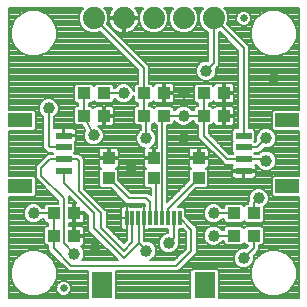
<source format=gtl>
G75*
%MOIN*%
%OFA0B0*%
%FSLAX25Y25*%
%IPPOS*%
%LPD*%
%AMOC8*
5,1,8,0,0,1.08239X$1,22.5*
%
%ADD10R,0.04331X0.03937*%
%ADD11R,0.03937X0.04331*%
%ADD12R,0.07874X0.04724*%
%ADD13R,0.05315X0.02362*%
%ADD14C,0.07400*%
%ADD15R,0.01181X0.05118*%
%ADD16R,0.07087X0.08661*%
%ADD17C,0.02500*%
%ADD18C,0.03969*%
%ADD19C,0.00800*%
D10*
X0169987Y0067500D03*
X0176680Y0067500D03*
X0176680Y0075000D03*
X0169987Y0075000D03*
X0229987Y0075000D03*
X0236680Y0075000D03*
X0236680Y0067500D03*
X0229987Y0067500D03*
X0226680Y0107500D03*
X0219987Y0107500D03*
X0206680Y0107500D03*
X0199987Y0107500D03*
X0186680Y0107500D03*
X0179987Y0107500D03*
X0179987Y0115000D03*
X0186680Y0115000D03*
X0199987Y0115000D03*
X0206680Y0115000D03*
X0219987Y0115000D03*
X0226680Y0115000D03*
D11*
X0218333Y0093346D03*
X0203333Y0093346D03*
X0188333Y0093346D03*
X0188333Y0086654D03*
X0203333Y0086654D03*
X0218333Y0086654D03*
D12*
X0247802Y0083976D03*
X0247802Y0106024D03*
X0158865Y0106024D03*
X0158865Y0083976D03*
D13*
X0173333Y0089094D03*
X0173333Y0093031D03*
X0173333Y0096969D03*
X0173333Y0100906D03*
X0233333Y0100906D03*
X0233333Y0096969D03*
X0233333Y0093031D03*
X0233333Y0089094D03*
D14*
X0223333Y0140000D03*
X0213333Y0140000D03*
X0203333Y0140000D03*
X0193333Y0140000D03*
X0183333Y0140000D03*
D15*
X0194278Y0073386D03*
X0196247Y0073386D03*
X0198215Y0073386D03*
X0200184Y0073386D03*
X0202152Y0073386D03*
X0204121Y0073386D03*
X0206089Y0073386D03*
X0208058Y0073386D03*
X0210026Y0073386D03*
X0211995Y0073386D03*
D16*
X0220262Y0050945D03*
X0186010Y0050945D03*
D17*
X0173333Y0050000D03*
X0233333Y0140000D03*
D18*
X0220833Y0122500D03*
X0213333Y0115000D03*
X0213333Y0107500D03*
X0213333Y0100000D03*
X0200833Y0100000D03*
X0183333Y0101000D03*
X0168333Y0110000D03*
X0193333Y0115000D03*
X0240833Y0100000D03*
X0240833Y0092500D03*
X0238333Y0080000D03*
X0223333Y0075000D03*
X0223333Y0067500D03*
X0208333Y0065000D03*
X0200833Y0062500D03*
X0183833Y0063500D03*
X0176833Y0061500D03*
X0163333Y0075000D03*
X0195833Y0090000D03*
X0233333Y0060000D03*
X0243333Y0120000D03*
D19*
X0154933Y0080414D02*
X0154933Y0046600D01*
X0181267Y0046600D01*
X0181267Y0055700D01*
X0175088Y0055700D01*
X0169241Y0061546D01*
X0168187Y0062601D01*
X0168187Y0064331D01*
X0167324Y0064331D01*
X0166622Y0065034D01*
X0166622Y0069966D01*
X0167324Y0070668D01*
X0168187Y0070668D01*
X0168187Y0071831D01*
X0167324Y0071831D01*
X0166622Y0072534D01*
X0166622Y0073200D01*
X0166251Y0073200D01*
X0166202Y0073083D01*
X0165250Y0072131D01*
X0164006Y0071616D01*
X0162660Y0071616D01*
X0161416Y0072131D01*
X0160464Y0073083D01*
X0159949Y0074327D01*
X0159949Y0075673D01*
X0160464Y0076917D01*
X0161416Y0077869D01*
X0162660Y0078384D01*
X0164006Y0078384D01*
X0165250Y0077869D01*
X0166202Y0076917D01*
X0166251Y0076800D01*
X0166622Y0076800D01*
X0166622Y0077466D01*
X0167324Y0078168D01*
X0171533Y0078168D01*
X0171533Y0079254D01*
X0164033Y0086754D01*
X0164033Y0090746D01*
X0165088Y0091800D01*
X0167065Y0093777D01*
X0167065Y0093777D01*
X0168119Y0094831D01*
X0169598Y0094831D01*
X0169766Y0095000D01*
X0169598Y0095169D01*
X0168119Y0095169D01*
X0167588Y0095700D01*
X0166533Y0096754D01*
X0166533Y0107082D01*
X0166416Y0107131D01*
X0165464Y0108083D01*
X0164949Y0109327D01*
X0164949Y0110673D01*
X0165464Y0111917D01*
X0166416Y0112869D01*
X0167660Y0113384D01*
X0169006Y0113384D01*
X0170250Y0112869D01*
X0171202Y0111917D01*
X0171718Y0110673D01*
X0171718Y0109327D01*
X0171202Y0108083D01*
X0170250Y0107131D01*
X0170133Y0107082D01*
X0170133Y0103390D01*
X0170135Y0103391D01*
X0170492Y0103487D01*
X0173143Y0103487D01*
X0173143Y0101096D01*
X0173524Y0101096D01*
X0177391Y0101096D01*
X0177391Y0102271D01*
X0177295Y0102627D01*
X0177111Y0102946D01*
X0176850Y0103207D01*
X0176531Y0103391D01*
X0176175Y0103487D01*
X0173524Y0103487D01*
X0173524Y0101096D01*
X0173524Y0100715D01*
X0177391Y0100715D01*
X0177391Y0099540D01*
X0177295Y0099184D01*
X0177111Y0098865D01*
X0177042Y0098796D01*
X0177191Y0098647D01*
X0177191Y0095290D01*
X0176900Y0095000D01*
X0177069Y0094831D01*
X0178547Y0094831D01*
X0179079Y0094300D01*
X0180133Y0093246D01*
X0180133Y0083246D01*
X0186579Y0076800D01*
X0187633Y0075746D01*
X0187633Y0070746D01*
X0193333Y0065046D01*
X0194447Y0066159D01*
X0194447Y0069427D01*
X0194278Y0069427D01*
X0194278Y0073386D01*
X0194278Y0073386D01*
X0192288Y0073386D01*
X0192288Y0076129D01*
X0192383Y0076485D01*
X0192567Y0076804D01*
X0192828Y0077065D01*
X0193147Y0077249D01*
X0193503Y0077345D01*
X0194278Y0077345D01*
X0194278Y0073386D01*
X0194278Y0073386D01*
X0192288Y0073386D01*
X0192288Y0070642D01*
X0192383Y0070286D01*
X0192567Y0069967D01*
X0192828Y0069706D01*
X0193147Y0069522D01*
X0193503Y0069427D01*
X0194278Y0069427D01*
X0194278Y0073386D01*
X0194278Y0077345D01*
X0195053Y0077345D01*
X0195409Y0077249D01*
X0195590Y0077145D01*
X0198872Y0077145D01*
X0199053Y0077249D01*
X0199409Y0077345D01*
X0200184Y0077345D01*
X0200184Y0073386D01*
X0200184Y0073386D01*
X0200184Y0077345D01*
X0200352Y0077345D01*
X0200352Y0077936D01*
X0200088Y0078200D01*
X0194241Y0078200D01*
X0193187Y0079254D01*
X0193187Y0079254D01*
X0189153Y0083288D01*
X0185868Y0083288D01*
X0185165Y0083991D01*
X0185165Y0089316D01*
X0185762Y0089913D01*
X0185505Y0090061D01*
X0185245Y0090321D01*
X0185060Y0090641D01*
X0184965Y0090997D01*
X0184965Y0092946D01*
X0187933Y0092946D01*
X0187933Y0093746D01*
X0184965Y0093746D01*
X0184965Y0095696D01*
X0185060Y0096052D01*
X0185245Y0096371D01*
X0185505Y0096632D01*
X0185824Y0096816D01*
X0186180Y0096912D01*
X0187933Y0096912D01*
X0187933Y0093746D01*
X0188733Y0093746D01*
X0191702Y0093746D01*
X0191702Y0095696D01*
X0191606Y0096052D01*
X0191422Y0096371D01*
X0191161Y0096632D01*
X0190842Y0096816D01*
X0190486Y0096912D01*
X0188733Y0096912D01*
X0188733Y0093746D01*
X0188733Y0092946D01*
X0191702Y0092946D01*
X0191702Y0090997D01*
X0191606Y0090641D01*
X0191422Y0090321D01*
X0191161Y0090061D01*
X0190905Y0089913D01*
X0191502Y0089316D01*
X0191502Y0086031D01*
X0195732Y0081800D01*
X0201579Y0081800D01*
X0202321Y0081058D01*
X0202321Y0083288D01*
X0200868Y0083288D01*
X0200165Y0083991D01*
X0200165Y0089316D01*
X0200762Y0089913D01*
X0200505Y0090061D01*
X0200245Y0090321D01*
X0200060Y0090641D01*
X0199965Y0090997D01*
X0199965Y0092946D01*
X0202933Y0092946D01*
X0202933Y0093746D01*
X0199965Y0093746D01*
X0199965Y0095696D01*
X0200060Y0096052D01*
X0200245Y0096371D01*
X0200489Y0096616D01*
X0200160Y0096616D01*
X0198916Y0097131D01*
X0197964Y0098083D01*
X0197449Y0099327D01*
X0197449Y0100673D01*
X0197964Y0101917D01*
X0198916Y0102869D01*
X0199033Y0102917D01*
X0199033Y0104331D01*
X0197324Y0104331D01*
X0196622Y0105034D01*
X0196622Y0109966D01*
X0197324Y0110668D01*
X0198187Y0110668D01*
X0198187Y0111831D01*
X0197324Y0111831D01*
X0196622Y0112534D01*
X0196622Y0114095D01*
X0196202Y0113083D01*
X0195250Y0112131D01*
X0194006Y0111616D01*
X0192660Y0111616D01*
X0191416Y0112131D01*
X0190464Y0113083D01*
X0190416Y0113200D01*
X0190045Y0113200D01*
X0190045Y0112534D01*
X0189342Y0111831D01*
X0184017Y0111831D01*
X0183333Y0112516D01*
X0182649Y0111831D01*
X0181787Y0111831D01*
X0181787Y0110668D01*
X0182649Y0110668D01*
X0183246Y0110072D01*
X0183394Y0110328D01*
X0183655Y0110589D01*
X0183974Y0110773D01*
X0184330Y0110868D01*
X0186280Y0110868D01*
X0186280Y0107900D01*
X0187080Y0107900D01*
X0190245Y0107900D01*
X0190245Y0109653D01*
X0190150Y0110009D01*
X0189965Y0110328D01*
X0189705Y0110589D01*
X0189386Y0110773D01*
X0189029Y0110868D01*
X0187080Y0110868D01*
X0187080Y0107900D01*
X0187080Y0107100D01*
X0190245Y0107100D01*
X0190245Y0105347D01*
X0190150Y0104991D01*
X0189965Y0104672D01*
X0189705Y0104411D01*
X0189386Y0104227D01*
X0189029Y0104131D01*
X0187080Y0104131D01*
X0187080Y0107100D01*
X0186280Y0107100D01*
X0186280Y0104131D01*
X0184617Y0104131D01*
X0185250Y0103869D01*
X0186202Y0102917D01*
X0186718Y0101673D01*
X0186718Y0100327D01*
X0186202Y0099083D01*
X0185250Y0098131D01*
X0184006Y0097616D01*
X0182660Y0097616D01*
X0181416Y0098131D01*
X0180464Y0099083D01*
X0179949Y0100327D01*
X0179949Y0101673D01*
X0180374Y0102700D01*
X0179559Y0104331D01*
X0177324Y0104331D01*
X0176622Y0105034D01*
X0176622Y0109966D01*
X0177324Y0110668D01*
X0178187Y0110668D01*
X0178187Y0111831D01*
X0177324Y0111831D01*
X0176622Y0112534D01*
X0176622Y0117466D01*
X0177324Y0118168D01*
X0182649Y0118168D01*
X0183333Y0117484D01*
X0184017Y0118168D01*
X0189342Y0118168D01*
X0190045Y0117466D01*
X0190045Y0116800D01*
X0190416Y0116800D01*
X0190464Y0116917D01*
X0191416Y0117869D01*
X0192660Y0118384D01*
X0194006Y0118384D01*
X0195250Y0117869D01*
X0196202Y0116917D01*
X0196622Y0115905D01*
X0196622Y0117466D01*
X0197324Y0118168D01*
X0198187Y0118168D01*
X0198187Y0122601D01*
X0185284Y0135504D01*
X0184308Y0135100D01*
X0182359Y0135100D01*
X0180558Y0135846D01*
X0179179Y0137224D01*
X0178433Y0139025D01*
X0178433Y0140975D01*
X0179179Y0142776D01*
X0179804Y0143400D01*
X0154933Y0143400D01*
X0154933Y0109586D01*
X0163299Y0109586D01*
X0164002Y0108883D01*
X0164002Y0103164D01*
X0163299Y0102461D01*
X0154933Y0102461D01*
X0154933Y0087539D01*
X0163299Y0087539D01*
X0164002Y0086836D01*
X0164002Y0081117D01*
X0163299Y0080414D01*
X0154933Y0080414D01*
X0154933Y0080134D02*
X0170653Y0080134D01*
X0171452Y0079336D02*
X0154933Y0079336D01*
X0154933Y0078537D02*
X0171533Y0078537D01*
X0173333Y0080000D02*
X0173333Y0065000D01*
X0176833Y0061500D01*
X0179946Y0060172D02*
X0190616Y0060172D01*
X0189818Y0060970D02*
X0180218Y0060970D01*
X0180218Y0060827D02*
X0180218Y0062173D01*
X0179702Y0063417D01*
X0178988Y0064131D01*
X0179029Y0064131D01*
X0179386Y0064227D01*
X0179705Y0064411D01*
X0179965Y0064672D01*
X0180150Y0064991D01*
X0180245Y0065347D01*
X0180245Y0067100D01*
X0177080Y0067100D01*
X0177080Y0067900D01*
X0180245Y0067900D01*
X0180245Y0069653D01*
X0180150Y0070009D01*
X0179965Y0070328D01*
X0179705Y0070589D01*
X0179386Y0070773D01*
X0179029Y0070868D01*
X0177080Y0070868D01*
X0177080Y0067900D01*
X0176280Y0067900D01*
X0176280Y0070868D01*
X0175133Y0070868D01*
X0175133Y0071631D01*
X0176280Y0071631D01*
X0176280Y0074600D01*
X0177080Y0074600D01*
X0177080Y0075400D01*
X0180245Y0075400D01*
X0180245Y0075543D01*
X0181533Y0074254D01*
X0181533Y0069254D01*
X0191488Y0059300D01*
X0179419Y0059300D01*
X0179702Y0059583D01*
X0180218Y0060827D01*
X0180218Y0061769D02*
X0189019Y0061769D01*
X0188220Y0062567D02*
X0180054Y0062567D01*
X0179724Y0063366D02*
X0187422Y0063366D01*
X0186623Y0064164D02*
X0179152Y0064164D01*
X0180133Y0064963D02*
X0185825Y0064963D01*
X0185026Y0065761D02*
X0180245Y0065761D01*
X0180245Y0066560D02*
X0184228Y0066560D01*
X0183429Y0067358D02*
X0177080Y0067358D01*
X0176680Y0067500D02*
X0176680Y0075000D01*
X0177080Y0075343D02*
X0180444Y0075343D01*
X0180245Y0074600D02*
X0177080Y0074600D01*
X0177080Y0071631D01*
X0179029Y0071631D01*
X0179386Y0071727D01*
X0179705Y0071911D01*
X0179965Y0072172D01*
X0180150Y0072491D01*
X0180245Y0072847D01*
X0180245Y0074600D01*
X0180245Y0074545D02*
X0181243Y0074545D01*
X0181533Y0073746D02*
X0180245Y0073746D01*
X0180245Y0072948D02*
X0181533Y0072948D01*
X0181533Y0072149D02*
X0179943Y0072149D01*
X0179741Y0070552D02*
X0181533Y0070552D01*
X0181533Y0069754D02*
X0180218Y0069754D01*
X0180245Y0068955D02*
X0181832Y0068955D01*
X0182631Y0068157D02*
X0180245Y0068157D01*
X0177080Y0068157D02*
X0176280Y0068157D01*
X0176280Y0068955D02*
X0177080Y0068955D01*
X0177080Y0069754D02*
X0176280Y0069754D01*
X0176280Y0070552D02*
X0177080Y0070552D01*
X0177080Y0072149D02*
X0176280Y0072149D01*
X0176280Y0072948D02*
X0177080Y0072948D01*
X0177080Y0073746D02*
X0176280Y0073746D01*
X0176280Y0074545D02*
X0177080Y0074545D01*
X0177080Y0075400D02*
X0176280Y0075400D01*
X0176280Y0078368D01*
X0175133Y0078368D01*
X0175133Y0080654D01*
X0177419Y0078368D01*
X0177080Y0078368D01*
X0177080Y0075400D01*
X0177080Y0076142D02*
X0176280Y0076142D01*
X0176280Y0076940D02*
X0177080Y0076940D01*
X0177080Y0077739D02*
X0176280Y0077739D01*
X0177250Y0078537D02*
X0175133Y0078537D01*
X0175133Y0079336D02*
X0176452Y0079336D01*
X0175653Y0080134D02*
X0175133Y0080134D01*
X0173333Y0080000D02*
X0165833Y0087500D01*
X0165833Y0090000D01*
X0168865Y0093031D01*
X0173333Y0093031D01*
X0177802Y0093031D01*
X0178333Y0092500D01*
X0178333Y0082500D01*
X0185833Y0075000D01*
X0185833Y0070000D01*
X0193333Y0062500D01*
X0196247Y0065413D01*
X0196247Y0073386D01*
X0198215Y0073386D02*
X0198333Y0073268D01*
X0198333Y0065000D01*
X0200833Y0062500D01*
X0204218Y0062567D02*
X0205980Y0062567D01*
X0206416Y0062131D02*
X0205464Y0063083D01*
X0204949Y0064327D01*
X0204949Y0065673D01*
X0205464Y0066917D01*
X0206416Y0067869D01*
X0207660Y0068384D01*
X0208226Y0068384D01*
X0208226Y0069627D01*
X0201496Y0069627D01*
X0201315Y0069522D01*
X0200959Y0069427D01*
X0200184Y0069427D01*
X0200184Y0073386D01*
X0200184Y0073386D01*
X0200184Y0069427D01*
X0200133Y0069427D01*
X0200133Y0065873D01*
X0200160Y0065884D01*
X0201506Y0065884D01*
X0202750Y0065369D01*
X0203702Y0064417D01*
X0204218Y0063173D01*
X0204218Y0061827D01*
X0203702Y0060583D01*
X0202750Y0059631D01*
X0201951Y0059300D01*
X0210088Y0059300D01*
X0214033Y0063246D01*
X0214033Y0068802D01*
X0213145Y0069690D01*
X0213082Y0069627D01*
X0211826Y0069627D01*
X0211826Y0065947D01*
X0211669Y0065790D01*
X0211718Y0065673D01*
X0211718Y0064327D01*
X0211202Y0063083D01*
X0210250Y0062131D01*
X0209006Y0061616D01*
X0207660Y0061616D01*
X0206416Y0062131D01*
X0207291Y0061769D02*
X0204194Y0061769D01*
X0203863Y0060970D02*
X0211758Y0060970D01*
X0210959Y0060172D02*
X0203291Y0060172D01*
X0202128Y0059373D02*
X0210161Y0059373D01*
X0210833Y0057500D02*
X0175833Y0057500D01*
X0169987Y0063346D01*
X0169987Y0067500D01*
X0169987Y0075000D01*
X0163333Y0075000D01*
X0160189Y0073746D02*
X0154933Y0073746D01*
X0154933Y0072948D02*
X0160599Y0072948D01*
X0161398Y0072149D02*
X0154933Y0072149D01*
X0154933Y0071351D02*
X0168187Y0071351D01*
X0167208Y0070552D02*
X0154933Y0070552D01*
X0154933Y0069754D02*
X0166622Y0069754D01*
X0166622Y0068955D02*
X0154933Y0068955D01*
X0154933Y0068157D02*
X0166622Y0068157D01*
X0166622Y0067358D02*
X0154933Y0067358D01*
X0154933Y0066560D02*
X0166622Y0066560D01*
X0166622Y0065761D02*
X0154933Y0065761D01*
X0154933Y0064963D02*
X0166693Y0064963D01*
X0168187Y0064164D02*
X0154933Y0064164D01*
X0154933Y0063366D02*
X0168187Y0063366D01*
X0168220Y0062567D02*
X0165185Y0062567D01*
X0164865Y0062700D02*
X0161802Y0062700D01*
X0158972Y0061528D01*
X0156806Y0059362D01*
X0155633Y0056532D01*
X0155633Y0053468D01*
X0156806Y0050638D01*
X0158972Y0048472D01*
X0161802Y0047300D01*
X0164865Y0047300D01*
X0167695Y0048472D01*
X0169861Y0050638D01*
X0171033Y0053468D01*
X0171033Y0056532D01*
X0169861Y0059362D01*
X0167695Y0061528D01*
X0164865Y0062700D01*
X0167113Y0061769D02*
X0169019Y0061769D01*
X0168253Y0060970D02*
X0169818Y0060970D01*
X0169051Y0060172D02*
X0170616Y0060172D01*
X0169850Y0059373D02*
X0171415Y0059373D01*
X0172213Y0058575D02*
X0170187Y0058575D01*
X0170518Y0057776D02*
X0173012Y0057776D01*
X0173810Y0056978D02*
X0170849Y0056978D01*
X0171033Y0056179D02*
X0174609Y0056179D01*
X0171033Y0055381D02*
X0181267Y0055381D01*
X0181267Y0054582D02*
X0171033Y0054582D01*
X0171033Y0053784D02*
X0181267Y0053784D01*
X0181267Y0052985D02*
X0170833Y0052985D01*
X0170502Y0052187D02*
X0172210Y0052187D01*
X0171946Y0052077D02*
X0172846Y0052450D01*
X0173821Y0052450D01*
X0174721Y0052077D01*
X0175410Y0051388D01*
X0181267Y0051388D01*
X0181267Y0050590D02*
X0175741Y0050590D01*
X0175783Y0050487D02*
X0175410Y0051388D01*
X0175783Y0050487D02*
X0175783Y0049513D01*
X0175410Y0048612D01*
X0174721Y0047923D01*
X0173821Y0047550D01*
X0172846Y0047550D01*
X0171946Y0047923D01*
X0171256Y0048612D01*
X0170883Y0049513D01*
X0170883Y0050487D01*
X0171256Y0051388D01*
X0171946Y0052077D01*
X0171257Y0051388D02*
X0170172Y0051388D01*
X0169812Y0050590D02*
X0170926Y0050590D01*
X0170883Y0049791D02*
X0169014Y0049791D01*
X0168215Y0048993D02*
X0171099Y0048993D01*
X0171674Y0048194D02*
X0167023Y0048194D01*
X0165096Y0047396D02*
X0181267Y0047396D01*
X0181267Y0048194D02*
X0174992Y0048194D01*
X0175568Y0048993D02*
X0181267Y0048993D01*
X0181267Y0049791D02*
X0175783Y0049791D01*
X0174457Y0052187D02*
X0181267Y0052187D01*
X0190754Y0052187D02*
X0215519Y0052187D01*
X0215519Y0052985D02*
X0190754Y0052985D01*
X0190754Y0053784D02*
X0215519Y0053784D01*
X0215519Y0054582D02*
X0190754Y0054582D01*
X0190754Y0055381D02*
X0215519Y0055381D01*
X0215519Y0055773D02*
X0215519Y0046600D01*
X0190754Y0046600D01*
X0190754Y0055700D01*
X0211579Y0055700D01*
X0212633Y0056754D01*
X0217633Y0061754D01*
X0217633Y0070293D01*
X0216579Y0071347D01*
X0213785Y0074141D01*
X0213785Y0076442D01*
X0213082Y0077145D01*
X0211370Y0077145D01*
X0217514Y0083288D01*
X0220799Y0083288D01*
X0221502Y0083991D01*
X0221502Y0089316D01*
X0220905Y0089913D01*
X0221161Y0090061D01*
X0221422Y0090321D01*
X0221606Y0090641D01*
X0221702Y0090997D01*
X0221702Y0092946D01*
X0218733Y0092946D01*
X0218733Y0093746D01*
X0221702Y0093746D01*
X0221702Y0095696D01*
X0221606Y0096052D01*
X0221422Y0096371D01*
X0221161Y0096632D01*
X0220842Y0096816D01*
X0220486Y0096912D01*
X0218733Y0096912D01*
X0218733Y0093746D01*
X0217933Y0093746D01*
X0217933Y0092946D01*
X0214965Y0092946D01*
X0214965Y0090997D01*
X0215060Y0090641D01*
X0215245Y0090321D01*
X0215505Y0090061D01*
X0215762Y0089913D01*
X0215165Y0089316D01*
X0215165Y0086031D01*
X0207889Y0078755D01*
X0207889Y0104331D01*
X0209342Y0104331D01*
X0210045Y0105034D01*
X0210045Y0105700D01*
X0210416Y0105700D01*
X0210464Y0105583D01*
X0211416Y0104631D01*
X0212660Y0104116D01*
X0214006Y0104116D01*
X0215250Y0104631D01*
X0216202Y0105583D01*
X0216251Y0105700D01*
X0216622Y0105700D01*
X0216622Y0105034D01*
X0217324Y0104331D01*
X0218187Y0104331D01*
X0218187Y0100101D01*
X0226002Y0092286D01*
X0227056Y0091231D01*
X0229598Y0091231D01*
X0229625Y0091204D01*
X0229556Y0091135D01*
X0229371Y0090816D01*
X0229276Y0090460D01*
X0229276Y0089285D01*
X0233143Y0089285D01*
X0233143Y0088904D01*
X0233524Y0088904D01*
X0233524Y0089285D01*
X0237391Y0089285D01*
X0237391Y0090460D01*
X0237295Y0090816D01*
X0237111Y0091135D01*
X0237042Y0091204D01*
X0237069Y0091231D01*
X0237696Y0091231D01*
X0237964Y0090583D01*
X0238916Y0089631D01*
X0240160Y0089116D01*
X0241506Y0089116D01*
X0242750Y0089631D01*
X0243702Y0090583D01*
X0244218Y0091827D01*
X0244218Y0093173D01*
X0243702Y0094417D01*
X0242750Y0095369D01*
X0241506Y0095884D01*
X0240160Y0095884D01*
X0238916Y0095369D01*
X0238379Y0094831D01*
X0237069Y0094831D01*
X0236900Y0095000D01*
X0237069Y0095169D01*
X0238547Y0095169D01*
X0239602Y0096223D01*
X0240043Y0096664D01*
X0240160Y0096616D01*
X0241506Y0096616D01*
X0242750Y0097131D01*
X0243702Y0098083D01*
X0244218Y0099327D01*
X0244218Y0100673D01*
X0243702Y0101917D01*
X0242750Y0102869D01*
X0241506Y0103384D01*
X0240160Y0103384D01*
X0238916Y0102869D01*
X0237964Y0101917D01*
X0237449Y0100673D01*
X0237449Y0099327D01*
X0237498Y0099210D01*
X0237063Y0098775D01*
X0236900Y0098937D01*
X0237191Y0099227D01*
X0237191Y0102584D01*
X0236488Y0103287D01*
X0235133Y0103287D01*
X0235133Y0130746D01*
X0234079Y0131800D01*
X0227829Y0138050D01*
X0228233Y0139025D01*
X0228233Y0140975D01*
X0227487Y0142776D01*
X0226863Y0143400D01*
X0251733Y0143400D01*
X0251733Y0109586D01*
X0243368Y0109586D01*
X0242665Y0108883D01*
X0242665Y0103164D01*
X0243368Y0102461D01*
X0251733Y0102461D01*
X0251733Y0087539D01*
X0243368Y0087539D01*
X0242665Y0086836D01*
X0242665Y0081117D01*
X0243368Y0080414D01*
X0251733Y0080414D01*
X0251733Y0046600D01*
X0225006Y0046600D01*
X0225006Y0055773D01*
X0224303Y0056476D01*
X0216222Y0056476D01*
X0215519Y0055773D01*
X0215926Y0056179D02*
X0212058Y0056179D01*
X0212857Y0056978D02*
X0231786Y0056978D01*
X0231416Y0057131D02*
X0232660Y0056616D01*
X0234006Y0056616D01*
X0235250Y0057131D01*
X0236202Y0058083D01*
X0236718Y0059327D01*
X0236718Y0060673D01*
X0236669Y0060790D01*
X0238480Y0062601D01*
X0238480Y0064331D01*
X0239342Y0064331D01*
X0240045Y0065034D01*
X0240045Y0069966D01*
X0239342Y0070668D01*
X0234017Y0070668D01*
X0233333Y0069984D01*
X0232649Y0070668D01*
X0227324Y0070668D01*
X0226622Y0069966D01*
X0226622Y0069300D01*
X0226251Y0069300D01*
X0226202Y0069417D01*
X0225250Y0070369D01*
X0224006Y0070884D01*
X0222660Y0070884D01*
X0221416Y0070369D01*
X0220464Y0069417D01*
X0219949Y0068173D01*
X0219949Y0066827D01*
X0220464Y0065583D01*
X0221416Y0064631D01*
X0222660Y0064116D01*
X0224006Y0064116D01*
X0225250Y0064631D01*
X0226202Y0065583D01*
X0226251Y0065700D01*
X0226622Y0065700D01*
X0226622Y0065034D01*
X0227324Y0064331D01*
X0232649Y0064331D01*
X0233333Y0065016D01*
X0234017Y0064331D01*
X0234880Y0064331D01*
X0234880Y0064092D01*
X0234124Y0063336D01*
X0234006Y0063384D01*
X0232660Y0063384D01*
X0231416Y0062869D01*
X0230464Y0061917D01*
X0229949Y0060673D01*
X0229949Y0059327D01*
X0230464Y0058083D01*
X0231416Y0057131D01*
X0230771Y0057776D02*
X0213655Y0057776D01*
X0214454Y0058575D02*
X0230261Y0058575D01*
X0229949Y0059373D02*
X0215252Y0059373D01*
X0216051Y0060172D02*
X0229949Y0060172D01*
X0230072Y0060970D02*
X0216849Y0060970D01*
X0217633Y0061769D02*
X0230403Y0061769D01*
X0231115Y0062567D02*
X0217633Y0062567D01*
X0217633Y0063366D02*
X0232616Y0063366D01*
X0234051Y0063366D02*
X0234154Y0063366D01*
X0234880Y0064164D02*
X0224124Y0064164D01*
X0222543Y0064164D02*
X0217633Y0064164D01*
X0217633Y0064963D02*
X0221084Y0064963D01*
X0220390Y0065761D02*
X0217633Y0065761D01*
X0217633Y0066560D02*
X0220060Y0066560D01*
X0219949Y0067358D02*
X0217633Y0067358D01*
X0217633Y0068157D02*
X0219949Y0068157D01*
X0220273Y0068955D02*
X0217633Y0068955D01*
X0217633Y0069754D02*
X0220801Y0069754D01*
X0221859Y0070552D02*
X0217374Y0070552D01*
X0216575Y0071351D02*
X0251733Y0071351D01*
X0251733Y0072149D02*
X0239660Y0072149D01*
X0239342Y0071831D02*
X0240045Y0072534D01*
X0240045Y0077046D01*
X0240250Y0077131D01*
X0241202Y0078083D01*
X0241718Y0079327D01*
X0241718Y0080673D01*
X0241202Y0081917D01*
X0240250Y0082869D01*
X0239006Y0083384D01*
X0237660Y0083384D01*
X0236416Y0082869D01*
X0235464Y0081917D01*
X0234949Y0080673D01*
X0234949Y0079327D01*
X0234998Y0079210D01*
X0234880Y0079092D01*
X0234880Y0078168D01*
X0234017Y0078168D01*
X0233333Y0077484D01*
X0232649Y0078168D01*
X0227324Y0078168D01*
X0226622Y0077466D01*
X0226622Y0076800D01*
X0226251Y0076800D01*
X0226202Y0076917D01*
X0225250Y0077869D01*
X0224006Y0078384D01*
X0222660Y0078384D01*
X0221416Y0077869D01*
X0220464Y0076917D01*
X0219949Y0075673D01*
X0219949Y0074327D01*
X0220464Y0073083D01*
X0221416Y0072131D01*
X0222660Y0071616D01*
X0224006Y0071616D01*
X0225250Y0072131D01*
X0226202Y0073083D01*
X0226251Y0073200D01*
X0226622Y0073200D01*
X0226622Y0072534D01*
X0227324Y0071831D01*
X0232649Y0071831D01*
X0233333Y0072516D01*
X0234017Y0071831D01*
X0239342Y0071831D01*
X0239458Y0070552D02*
X0251733Y0070552D01*
X0251733Y0069754D02*
X0240045Y0069754D01*
X0240045Y0068955D02*
X0251733Y0068955D01*
X0251733Y0068157D02*
X0240045Y0068157D01*
X0240045Y0067358D02*
X0251733Y0067358D01*
X0251733Y0066560D02*
X0240045Y0066560D01*
X0240045Y0065761D02*
X0251733Y0065761D01*
X0251733Y0064963D02*
X0239973Y0064963D01*
X0238480Y0064164D02*
X0251733Y0064164D01*
X0251733Y0063366D02*
X0238480Y0063366D01*
X0238446Y0062567D02*
X0241481Y0062567D01*
X0241802Y0062700D02*
X0238972Y0061528D01*
X0236806Y0059362D01*
X0235633Y0056532D01*
X0235633Y0053468D01*
X0236806Y0050638D01*
X0238972Y0048472D01*
X0241802Y0047300D01*
X0244865Y0047300D01*
X0247695Y0048472D01*
X0249861Y0050638D01*
X0251033Y0053468D01*
X0251033Y0056532D01*
X0249861Y0059362D01*
X0247695Y0061528D01*
X0244865Y0062700D01*
X0241802Y0062700D01*
X0239553Y0061769D02*
X0237648Y0061769D01*
X0238414Y0060970D02*
X0236849Y0060970D01*
X0236718Y0060172D02*
X0237616Y0060172D01*
X0236817Y0059373D02*
X0236718Y0059373D01*
X0236480Y0058575D02*
X0236406Y0058575D01*
X0236149Y0057776D02*
X0235896Y0057776D01*
X0235818Y0056978D02*
X0234880Y0056978D01*
X0235633Y0056179D02*
X0224599Y0056179D01*
X0225006Y0055381D02*
X0235633Y0055381D01*
X0235633Y0054582D02*
X0225006Y0054582D01*
X0225006Y0053784D02*
X0235633Y0053784D01*
X0235833Y0052985D02*
X0225006Y0052985D01*
X0225006Y0052187D02*
X0236164Y0052187D01*
X0236495Y0051388D02*
X0225006Y0051388D01*
X0225006Y0050590D02*
X0236854Y0050590D01*
X0237653Y0049791D02*
X0225006Y0049791D01*
X0225006Y0048993D02*
X0238451Y0048993D01*
X0239643Y0048194D02*
X0225006Y0048194D01*
X0225006Y0047396D02*
X0241571Y0047396D01*
X0245096Y0047396D02*
X0251733Y0047396D01*
X0251733Y0048194D02*
X0247023Y0048194D01*
X0248215Y0048993D02*
X0251733Y0048993D01*
X0251733Y0049791D02*
X0249014Y0049791D01*
X0249812Y0050590D02*
X0251733Y0050590D01*
X0251733Y0051388D02*
X0250172Y0051388D01*
X0250502Y0052187D02*
X0251733Y0052187D01*
X0251733Y0052985D02*
X0250833Y0052985D01*
X0251033Y0053784D02*
X0251733Y0053784D01*
X0251733Y0054582D02*
X0251033Y0054582D01*
X0251033Y0055381D02*
X0251733Y0055381D01*
X0251733Y0056179D02*
X0251033Y0056179D01*
X0250849Y0056978D02*
X0251733Y0056978D01*
X0251733Y0057776D02*
X0250518Y0057776D01*
X0250187Y0058575D02*
X0251733Y0058575D01*
X0251733Y0059373D02*
X0249850Y0059373D01*
X0249051Y0060172D02*
X0251733Y0060172D01*
X0251733Y0060970D02*
X0248253Y0060970D01*
X0247113Y0061769D02*
X0251733Y0061769D01*
X0251733Y0062567D02*
X0245185Y0062567D01*
X0236680Y0063346D02*
X0233333Y0060000D01*
X0236680Y0063346D02*
X0236680Y0067500D01*
X0233386Y0064963D02*
X0233281Y0064963D01*
X0229987Y0067500D02*
X0223333Y0067500D01*
X0225582Y0064963D02*
X0226693Y0064963D01*
X0215833Y0062500D02*
X0210833Y0057500D01*
X0209376Y0061769D02*
X0212556Y0061769D01*
X0213355Y0062567D02*
X0210687Y0062567D01*
X0211319Y0063366D02*
X0214033Y0063366D01*
X0214033Y0064164D02*
X0211650Y0064164D01*
X0211718Y0064963D02*
X0214033Y0064963D01*
X0214033Y0065761D02*
X0211681Y0065761D01*
X0211826Y0066560D02*
X0214033Y0066560D01*
X0214033Y0067358D02*
X0211826Y0067358D01*
X0211826Y0068157D02*
X0214033Y0068157D01*
X0213880Y0068955D02*
X0211826Y0068955D01*
X0210026Y0066693D02*
X0208333Y0065000D01*
X0210026Y0066693D02*
X0210026Y0073386D01*
X0208058Y0073386D02*
X0208058Y0076378D01*
X0218333Y0086654D01*
X0215165Y0086523D02*
X0207889Y0086523D01*
X0207889Y0087321D02*
X0215165Y0087321D01*
X0215165Y0088120D02*
X0207889Y0088120D01*
X0207889Y0088918D02*
X0215165Y0088918D01*
X0215566Y0089717D02*
X0207889Y0089717D01*
X0207889Y0090515D02*
X0215133Y0090515D01*
X0214965Y0091314D02*
X0207889Y0091314D01*
X0207889Y0092112D02*
X0214965Y0092112D01*
X0214965Y0092911D02*
X0207889Y0092911D01*
X0207889Y0093709D02*
X0217933Y0093709D01*
X0217933Y0093746D02*
X0214965Y0093746D01*
X0214965Y0095696D01*
X0215060Y0096052D01*
X0215245Y0096371D01*
X0215505Y0096632D01*
X0215824Y0096816D01*
X0216180Y0096912D01*
X0217933Y0096912D01*
X0217933Y0093746D01*
X0217933Y0094508D02*
X0218733Y0094508D01*
X0218733Y0095306D02*
X0217933Y0095306D01*
X0217933Y0096105D02*
X0218733Y0096105D01*
X0218733Y0096903D02*
X0217933Y0096903D01*
X0216149Y0096903D02*
X0207889Y0096903D01*
X0207889Y0096105D02*
X0215091Y0096105D01*
X0214965Y0095306D02*
X0207889Y0095306D01*
X0207889Y0094508D02*
X0214965Y0094508D01*
X0218733Y0093709D02*
X0224579Y0093709D01*
X0225377Y0092911D02*
X0221702Y0092911D01*
X0221702Y0092112D02*
X0226176Y0092112D01*
X0226974Y0091314D02*
X0221702Y0091314D01*
X0221534Y0090515D02*
X0229291Y0090515D01*
X0229276Y0089717D02*
X0221101Y0089717D01*
X0221502Y0088918D02*
X0233143Y0088918D01*
X0233143Y0088904D02*
X0229276Y0088904D01*
X0229276Y0087729D01*
X0229371Y0087373D01*
X0229556Y0087054D01*
X0229816Y0086793D01*
X0230135Y0086609D01*
X0230492Y0086513D01*
X0233143Y0086513D01*
X0233143Y0088904D01*
X0233524Y0088904D02*
X0233524Y0086513D01*
X0236175Y0086513D01*
X0236531Y0086609D01*
X0236850Y0086793D01*
X0237111Y0087054D01*
X0237295Y0087373D01*
X0237391Y0087729D01*
X0237391Y0088904D01*
X0233524Y0088904D01*
X0233524Y0088918D02*
X0251733Y0088918D01*
X0251733Y0088120D02*
X0237391Y0088120D01*
X0237265Y0087321D02*
X0243150Y0087321D01*
X0242665Y0086523D02*
X0236209Y0086523D01*
X0233524Y0086523D02*
X0233143Y0086523D01*
X0233143Y0087321D02*
X0233524Y0087321D01*
X0233524Y0088120D02*
X0233143Y0088120D01*
X0230457Y0086523D02*
X0221502Y0086523D01*
X0221502Y0087321D02*
X0229401Y0087321D01*
X0229276Y0088120D02*
X0221502Y0088120D01*
X0221502Y0085724D02*
X0242665Y0085724D01*
X0242665Y0084926D02*
X0221502Y0084926D01*
X0221502Y0084127D02*
X0242665Y0084127D01*
X0242665Y0083329D02*
X0239141Y0083329D01*
X0237526Y0083329D02*
X0220839Y0083329D01*
X0216755Y0082530D02*
X0236077Y0082530D01*
X0235387Y0081732D02*
X0215957Y0081732D01*
X0215158Y0080933D02*
X0235057Y0080933D01*
X0234949Y0080134D02*
X0214360Y0080134D01*
X0213561Y0079336D02*
X0234949Y0079336D01*
X0234880Y0078537D02*
X0212763Y0078537D01*
X0211964Y0077739D02*
X0221286Y0077739D01*
X0220488Y0076940D02*
X0213287Y0076940D01*
X0213785Y0076142D02*
X0220143Y0076142D01*
X0219949Y0075343D02*
X0213785Y0075343D01*
X0213785Y0074545D02*
X0219949Y0074545D01*
X0220189Y0073746D02*
X0214180Y0073746D01*
X0214978Y0072948D02*
X0220599Y0072948D01*
X0221398Y0072149D02*
X0215777Y0072149D01*
X0215833Y0069547D02*
X0211995Y0073386D01*
X0215833Y0069547D02*
X0215833Y0062500D01*
X0205347Y0063366D02*
X0204138Y0063366D01*
X0203807Y0064164D02*
X0205016Y0064164D01*
X0204949Y0064963D02*
X0203157Y0064963D01*
X0201803Y0065761D02*
X0204986Y0065761D01*
X0205316Y0066560D02*
X0200133Y0066560D01*
X0200133Y0067358D02*
X0205906Y0067358D01*
X0207111Y0068157D02*
X0200133Y0068157D01*
X0200133Y0068955D02*
X0208226Y0068955D01*
X0200184Y0069754D02*
X0200184Y0069754D01*
X0200184Y0070552D02*
X0200184Y0070552D01*
X0200184Y0071351D02*
X0200184Y0071351D01*
X0200184Y0072149D02*
X0200184Y0072149D01*
X0200184Y0072948D02*
X0200184Y0072948D01*
X0200184Y0073746D02*
X0200184Y0073746D01*
X0200184Y0074545D02*
X0200184Y0074545D01*
X0200184Y0075343D02*
X0200184Y0075343D01*
X0200184Y0076142D02*
X0200184Y0076142D01*
X0200184Y0076940D02*
X0200184Y0076940D01*
X0200352Y0077739D02*
X0185640Y0077739D01*
X0186438Y0076940D02*
X0192703Y0076940D01*
X0192291Y0076142D02*
X0187237Y0076142D01*
X0187633Y0075343D02*
X0192288Y0075343D01*
X0192288Y0074545D02*
X0187633Y0074545D01*
X0187633Y0073746D02*
X0192288Y0073746D01*
X0192288Y0072948D02*
X0187633Y0072948D01*
X0187633Y0072149D02*
X0192288Y0072149D01*
X0192288Y0071351D02*
X0187633Y0071351D01*
X0187827Y0070552D02*
X0192312Y0070552D01*
X0192781Y0069754D02*
X0188625Y0069754D01*
X0189424Y0068955D02*
X0194447Y0068955D01*
X0194447Y0068157D02*
X0190222Y0068157D01*
X0191021Y0067358D02*
X0194447Y0067358D01*
X0194447Y0066560D02*
X0191819Y0066560D01*
X0192618Y0065761D02*
X0194049Y0065761D01*
X0198333Y0065000D02*
X0193333Y0060000D01*
X0183333Y0070000D01*
X0183333Y0075000D01*
X0173333Y0085000D01*
X0173333Y0089094D01*
X0180133Y0088918D02*
X0185165Y0088918D01*
X0185165Y0088120D02*
X0180133Y0088120D01*
X0180133Y0087321D02*
X0185165Y0087321D01*
X0185165Y0086523D02*
X0180133Y0086523D01*
X0180133Y0085724D02*
X0185165Y0085724D01*
X0185165Y0084926D02*
X0180133Y0084926D01*
X0180133Y0084127D02*
X0185165Y0084127D01*
X0185827Y0083329D02*
X0180133Y0083329D01*
X0180849Y0082530D02*
X0189911Y0082530D01*
X0190710Y0081732D02*
X0181647Y0081732D01*
X0182446Y0080933D02*
X0191508Y0080933D01*
X0192307Y0080134D02*
X0183244Y0080134D01*
X0184043Y0079336D02*
X0193105Y0079336D01*
X0193904Y0078537D02*
X0184841Y0078537D01*
X0188333Y0086654D02*
X0194987Y0080000D01*
X0200833Y0080000D01*
X0202152Y0078681D01*
X0202152Y0073386D01*
X0204121Y0073386D02*
X0204121Y0085866D01*
X0203333Y0086654D01*
X0200165Y0086523D02*
X0191502Y0086523D01*
X0191502Y0087321D02*
X0200165Y0087321D01*
X0200165Y0088120D02*
X0191502Y0088120D01*
X0191502Y0088918D02*
X0200165Y0088918D01*
X0200566Y0089717D02*
X0191101Y0089717D01*
X0191534Y0090515D02*
X0200133Y0090515D01*
X0199965Y0091314D02*
X0191702Y0091314D01*
X0191702Y0092112D02*
X0199965Y0092112D01*
X0199965Y0092911D02*
X0191702Y0092911D01*
X0191702Y0094508D02*
X0199965Y0094508D01*
X0199965Y0095306D02*
X0191702Y0095306D01*
X0191576Y0096105D02*
X0200091Y0096105D01*
X0199466Y0096903D02*
X0190518Y0096903D01*
X0188733Y0096903D02*
X0187933Y0096903D01*
X0187933Y0096105D02*
X0188733Y0096105D01*
X0188733Y0095306D02*
X0187933Y0095306D01*
X0187933Y0094508D02*
X0188733Y0094508D01*
X0188733Y0093709D02*
X0202933Y0093709D01*
X0202933Y0093746D02*
X0202933Y0096912D01*
X0202221Y0096912D01*
X0202750Y0097131D01*
X0203702Y0098083D01*
X0204218Y0099327D01*
X0204218Y0100673D01*
X0203702Y0101917D01*
X0202750Y0102869D01*
X0202633Y0102917D01*
X0202633Y0104331D01*
X0202649Y0104331D01*
X0203333Y0105016D01*
X0204017Y0104331D01*
X0204289Y0104331D01*
X0204289Y0096912D01*
X0203733Y0096912D01*
X0203733Y0093746D01*
X0202933Y0093746D01*
X0202933Y0094508D02*
X0203733Y0094508D01*
X0203733Y0095306D02*
X0202933Y0095306D01*
X0202933Y0096105D02*
X0203733Y0096105D01*
X0203733Y0096903D02*
X0202933Y0096903D01*
X0203321Y0097702D02*
X0204289Y0097702D01*
X0204289Y0098500D02*
X0203875Y0098500D01*
X0204206Y0099299D02*
X0204289Y0099299D01*
X0204289Y0100097D02*
X0204218Y0100097D01*
X0204289Y0100896D02*
X0204125Y0100896D01*
X0204289Y0101694D02*
X0203795Y0101694D01*
X0204289Y0102493D02*
X0203127Y0102493D01*
X0202633Y0103291D02*
X0204289Y0103291D01*
X0204289Y0104090D02*
X0202633Y0104090D01*
X0203206Y0104888D02*
X0203461Y0104888D01*
X0199033Y0104090D02*
X0184717Y0104090D01*
X0185828Y0103291D02*
X0199033Y0103291D01*
X0198540Y0102493D02*
X0186378Y0102493D01*
X0186709Y0101694D02*
X0197872Y0101694D01*
X0197541Y0100896D02*
X0186718Y0100896D01*
X0186622Y0100097D02*
X0197449Y0100097D01*
X0197461Y0099299D02*
X0186292Y0099299D01*
X0185620Y0098500D02*
X0197791Y0098500D01*
X0198346Y0097702D02*
X0184214Y0097702D01*
X0182453Y0097702D02*
X0177191Y0097702D01*
X0177191Y0098500D02*
X0181047Y0098500D01*
X0180375Y0099299D02*
X0177326Y0099299D01*
X0177391Y0100097D02*
X0180044Y0100097D01*
X0179949Y0100896D02*
X0173524Y0100896D01*
X0173524Y0101694D02*
X0173143Y0101694D01*
X0173143Y0102493D02*
X0173524Y0102493D01*
X0173524Y0103291D02*
X0173143Y0103291D01*
X0170133Y0104090D02*
X0179679Y0104090D01*
X0180079Y0103291D02*
X0176704Y0103291D01*
X0177331Y0102493D02*
X0180289Y0102493D01*
X0179958Y0101694D02*
X0177391Y0101694D01*
X0182987Y0101500D02*
X0183333Y0101000D01*
X0182987Y0101500D02*
X0179987Y0107500D01*
X0179987Y0115000D01*
X0176622Y0115269D02*
X0154933Y0115269D01*
X0154933Y0114470D02*
X0176622Y0114470D01*
X0176622Y0113672D02*
X0154933Y0113672D01*
X0154933Y0112873D02*
X0166427Y0112873D01*
X0165622Y0112075D02*
X0154933Y0112075D01*
X0154933Y0111276D02*
X0165199Y0111276D01*
X0164949Y0110478D02*
X0154933Y0110478D01*
X0154933Y0109679D02*
X0164949Y0109679D01*
X0165134Y0108881D02*
X0164002Y0108881D01*
X0164002Y0108082D02*
X0165465Y0108082D01*
X0166263Y0107284D02*
X0164002Y0107284D01*
X0164002Y0106485D02*
X0166533Y0106485D01*
X0166533Y0105687D02*
X0164002Y0105687D01*
X0164002Y0104888D02*
X0166533Y0104888D01*
X0166533Y0104090D02*
X0164002Y0104090D01*
X0164002Y0103291D02*
X0166533Y0103291D01*
X0166533Y0102493D02*
X0163330Y0102493D01*
X0166533Y0101694D02*
X0154933Y0101694D01*
X0154933Y0100896D02*
X0166533Y0100896D01*
X0166533Y0100097D02*
X0154933Y0100097D01*
X0154933Y0099299D02*
X0166533Y0099299D01*
X0166533Y0098500D02*
X0154933Y0098500D01*
X0154933Y0097702D02*
X0166533Y0097702D01*
X0166533Y0096903D02*
X0154933Y0096903D01*
X0154933Y0096105D02*
X0167183Y0096105D01*
X0167982Y0095306D02*
X0154933Y0095306D01*
X0154933Y0094508D02*
X0167795Y0094508D01*
X0166997Y0093709D02*
X0154933Y0093709D01*
X0154933Y0092911D02*
X0166198Y0092911D01*
X0165400Y0092112D02*
X0154933Y0092112D01*
X0154933Y0091314D02*
X0164601Y0091314D01*
X0164033Y0090515D02*
X0154933Y0090515D01*
X0154933Y0089717D02*
X0164033Y0089717D01*
X0164033Y0088918D02*
X0154933Y0088918D01*
X0154933Y0088120D02*
X0164033Y0088120D01*
X0164033Y0087321D02*
X0163516Y0087321D01*
X0164002Y0086523D02*
X0164265Y0086523D01*
X0164002Y0085724D02*
X0165064Y0085724D01*
X0165862Y0084926D02*
X0164002Y0084926D01*
X0164002Y0084127D02*
X0166661Y0084127D01*
X0167459Y0083329D02*
X0164002Y0083329D01*
X0164002Y0082530D02*
X0168258Y0082530D01*
X0169056Y0081732D02*
X0164002Y0081732D01*
X0163818Y0080933D02*
X0169855Y0080933D01*
X0166895Y0077739D02*
X0165380Y0077739D01*
X0166179Y0076940D02*
X0166622Y0076940D01*
X0161286Y0077739D02*
X0154933Y0077739D01*
X0154933Y0076940D02*
X0160488Y0076940D01*
X0160143Y0076142D02*
X0154933Y0076142D01*
X0154933Y0075343D02*
X0159949Y0075343D01*
X0159949Y0074545D02*
X0154933Y0074545D01*
X0165269Y0072149D02*
X0167007Y0072149D01*
X0166622Y0072948D02*
X0166067Y0072948D01*
X0175133Y0071351D02*
X0181533Y0071351D01*
X0194278Y0071351D02*
X0194278Y0071351D01*
X0194278Y0072149D02*
X0194278Y0072149D01*
X0194278Y0072948D02*
X0194278Y0072948D01*
X0194278Y0073386D02*
X0194278Y0073386D01*
X0194278Y0073746D02*
X0194278Y0073746D01*
X0194278Y0074545D02*
X0194278Y0074545D01*
X0194278Y0075343D02*
X0194278Y0075343D01*
X0194278Y0076142D02*
X0194278Y0076142D01*
X0194278Y0076940D02*
X0194278Y0076940D01*
X0195002Y0082530D02*
X0202321Y0082530D01*
X0202321Y0081732D02*
X0201647Y0081732D01*
X0200827Y0083329D02*
X0194204Y0083329D01*
X0193405Y0084127D02*
X0200165Y0084127D01*
X0200165Y0084926D02*
X0192607Y0084926D01*
X0191808Y0085724D02*
X0200165Y0085724D01*
X0207889Y0085724D02*
X0214858Y0085724D01*
X0214060Y0084926D02*
X0207889Y0084926D01*
X0207889Y0084127D02*
X0213261Y0084127D01*
X0212463Y0083329D02*
X0207889Y0083329D01*
X0207889Y0082530D02*
X0211664Y0082530D01*
X0210866Y0081732D02*
X0207889Y0081732D01*
X0207889Y0080933D02*
X0210067Y0080933D01*
X0209269Y0080134D02*
X0207889Y0080134D01*
X0207889Y0079336D02*
X0208470Y0079336D01*
X0223333Y0075000D02*
X0229987Y0075000D01*
X0226622Y0072948D02*
X0226067Y0072948D01*
X0225269Y0072149D02*
X0227007Y0072149D01*
X0227208Y0070552D02*
X0224808Y0070552D01*
X0225866Y0069754D02*
X0226622Y0069754D01*
X0232765Y0070552D02*
X0233901Y0070552D01*
X0233699Y0072149D02*
X0232967Y0072149D01*
X0236680Y0075000D02*
X0236680Y0078346D01*
X0238333Y0080000D01*
X0241718Y0080134D02*
X0251733Y0080134D01*
X0251733Y0079336D02*
X0241718Y0079336D01*
X0241391Y0078537D02*
X0251733Y0078537D01*
X0251733Y0077739D02*
X0240858Y0077739D01*
X0240045Y0076940D02*
X0251733Y0076940D01*
X0251733Y0076142D02*
X0240045Y0076142D01*
X0240045Y0075343D02*
X0251733Y0075343D01*
X0251733Y0074545D02*
X0240045Y0074545D01*
X0240045Y0073746D02*
X0251733Y0073746D01*
X0251733Y0072948D02*
X0240045Y0072948D01*
X0233588Y0077739D02*
X0233079Y0077739D01*
X0226895Y0077739D02*
X0225380Y0077739D01*
X0226179Y0076940D02*
X0226622Y0076940D01*
X0240589Y0082530D02*
X0242665Y0082530D01*
X0242665Y0081732D02*
X0241279Y0081732D01*
X0241610Y0080933D02*
X0242849Y0080933D01*
X0242836Y0089717D02*
X0251733Y0089717D01*
X0251733Y0090515D02*
X0243635Y0090515D01*
X0244005Y0091314D02*
X0251733Y0091314D01*
X0251733Y0092112D02*
X0244218Y0092112D01*
X0244218Y0092911D02*
X0251733Y0092911D01*
X0251733Y0093709D02*
X0243996Y0093709D01*
X0243612Y0094508D02*
X0251733Y0094508D01*
X0251733Y0095306D02*
X0242813Y0095306D01*
X0242201Y0096903D02*
X0251733Y0096903D01*
X0251733Y0096105D02*
X0239484Y0096105D01*
X0238853Y0095306D02*
X0238685Y0095306D01*
X0237802Y0096969D02*
X0233333Y0096969D01*
X0229476Y0096903D02*
X0226476Y0096903D01*
X0227274Y0096105D02*
X0229476Y0096105D01*
X0229476Y0095306D02*
X0228073Y0095306D01*
X0228547Y0094831D02*
X0221787Y0101592D01*
X0221787Y0104331D01*
X0222649Y0104331D01*
X0223246Y0104928D01*
X0223394Y0104672D01*
X0223655Y0104411D01*
X0223974Y0104227D01*
X0224330Y0104131D01*
X0226280Y0104131D01*
X0226280Y0107100D01*
X0227080Y0107100D01*
X0227080Y0107900D01*
X0230245Y0107900D01*
X0230245Y0109653D01*
X0230150Y0110009D01*
X0229965Y0110328D01*
X0229705Y0110589D01*
X0229386Y0110773D01*
X0229029Y0110868D01*
X0227080Y0110868D01*
X0227080Y0107900D01*
X0226280Y0107900D01*
X0226280Y0110868D01*
X0224330Y0110868D01*
X0223974Y0110773D01*
X0223655Y0110589D01*
X0223394Y0110328D01*
X0223246Y0110072D01*
X0222649Y0110668D01*
X0221787Y0110668D01*
X0221787Y0111831D01*
X0222649Y0111831D01*
X0223246Y0112428D01*
X0223394Y0112172D01*
X0223655Y0111911D01*
X0223974Y0111727D01*
X0224330Y0111631D01*
X0226280Y0111631D01*
X0226280Y0114600D01*
X0227080Y0114600D01*
X0227080Y0115400D01*
X0230245Y0115400D01*
X0230245Y0117153D01*
X0230150Y0117509D01*
X0229965Y0117828D01*
X0229705Y0118089D01*
X0229386Y0118273D01*
X0229029Y0118368D01*
X0227080Y0118368D01*
X0227080Y0115400D01*
X0226280Y0115400D01*
X0226280Y0118368D01*
X0224330Y0118368D01*
X0223974Y0118273D01*
X0223655Y0118089D01*
X0223394Y0117828D01*
X0223246Y0117572D01*
X0222649Y0118168D01*
X0217324Y0118168D01*
X0216622Y0117466D01*
X0216622Y0112534D01*
X0217324Y0111831D01*
X0218187Y0111831D01*
X0218187Y0110668D01*
X0217324Y0110668D01*
X0216622Y0109966D01*
X0216622Y0109300D01*
X0216251Y0109300D01*
X0216202Y0109417D01*
X0215250Y0110369D01*
X0214006Y0110884D01*
X0212660Y0110884D01*
X0211416Y0110369D01*
X0210464Y0109417D01*
X0210416Y0109300D01*
X0210045Y0109300D01*
X0210045Y0109966D01*
X0209342Y0110668D01*
X0204017Y0110668D01*
X0203333Y0109984D01*
X0202649Y0110668D01*
X0201787Y0110668D01*
X0201787Y0111831D01*
X0202649Y0111831D01*
X0203246Y0112428D01*
X0203394Y0112172D01*
X0203655Y0111911D01*
X0203974Y0111727D01*
X0204330Y0111631D01*
X0206280Y0111631D01*
X0206280Y0114600D01*
X0207080Y0114600D01*
X0207080Y0115400D01*
X0210245Y0115400D01*
X0210245Y0117153D01*
X0210150Y0117509D01*
X0209965Y0117828D01*
X0209705Y0118089D01*
X0209386Y0118273D01*
X0209029Y0118368D01*
X0207080Y0118368D01*
X0207080Y0115400D01*
X0206280Y0115400D01*
X0206280Y0118368D01*
X0204330Y0118368D01*
X0203974Y0118273D01*
X0203655Y0118089D01*
X0203394Y0117828D01*
X0203246Y0117572D01*
X0202649Y0118168D01*
X0201787Y0118168D01*
X0201787Y0124092D01*
X0200732Y0125146D01*
X0187829Y0138050D01*
X0188233Y0139025D01*
X0188233Y0140975D01*
X0187487Y0142776D01*
X0186863Y0143400D01*
X0189521Y0143400D01*
X0189443Y0143322D01*
X0188971Y0142673D01*
X0188607Y0141958D01*
X0188359Y0141194D01*
X0188233Y0140401D01*
X0188233Y0140400D01*
X0192933Y0140400D01*
X0192933Y0139600D01*
X0188233Y0139600D01*
X0188233Y0139599D01*
X0188359Y0138806D01*
X0188607Y0138042D01*
X0188971Y0137327D01*
X0189443Y0136678D01*
X0190011Y0136110D01*
X0190660Y0135638D01*
X0191376Y0135274D01*
X0192139Y0135026D01*
X0192932Y0134900D01*
X0192933Y0134900D01*
X0192933Y0139600D01*
X0193733Y0139600D01*
X0193733Y0134900D01*
X0193735Y0134900D01*
X0194528Y0135026D01*
X0195291Y0135274D01*
X0196006Y0135638D01*
X0196656Y0136110D01*
X0197223Y0136678D01*
X0197695Y0137327D01*
X0198060Y0138042D01*
X0198308Y0138806D01*
X0198433Y0139599D01*
X0198433Y0139600D01*
X0193733Y0139600D01*
X0193733Y0140400D01*
X0198433Y0140400D01*
X0198433Y0140401D01*
X0198308Y0141194D01*
X0198060Y0141958D01*
X0197695Y0142673D01*
X0197223Y0143322D01*
X0197146Y0143400D01*
X0199804Y0143400D01*
X0199179Y0142776D01*
X0198433Y0140975D01*
X0198433Y0139025D01*
X0199179Y0137224D01*
X0200558Y0135846D01*
X0202359Y0135100D01*
X0204308Y0135100D01*
X0206109Y0135846D01*
X0207487Y0137224D01*
X0208233Y0139025D01*
X0208233Y0140975D01*
X0207487Y0142776D01*
X0206863Y0143400D01*
X0209804Y0143400D01*
X0209179Y0142776D01*
X0208433Y0140975D01*
X0208433Y0139025D01*
X0209179Y0137224D01*
X0210558Y0135846D01*
X0212359Y0135100D01*
X0214308Y0135100D01*
X0216109Y0135846D01*
X0217487Y0137224D01*
X0218233Y0139025D01*
X0218233Y0140975D01*
X0217487Y0142776D01*
X0216863Y0143400D01*
X0219804Y0143400D01*
X0219179Y0142776D01*
X0218433Y0140975D01*
X0218433Y0139025D01*
X0219179Y0137224D01*
X0220558Y0135846D01*
X0221533Y0135442D01*
X0221533Y0125873D01*
X0221506Y0125884D01*
X0220160Y0125884D01*
X0218916Y0125369D01*
X0217964Y0124417D01*
X0217449Y0123173D01*
X0217449Y0121827D01*
X0217964Y0120583D01*
X0218916Y0119631D01*
X0220160Y0119116D01*
X0221506Y0119116D01*
X0222750Y0119631D01*
X0223702Y0120583D01*
X0224218Y0121827D01*
X0224218Y0123173D01*
X0224169Y0123290D01*
X0225133Y0124254D01*
X0225133Y0135442D01*
X0225284Y0135504D01*
X0231533Y0129254D01*
X0231533Y0103287D01*
X0230179Y0103287D01*
X0229476Y0102584D01*
X0229476Y0099227D01*
X0229766Y0098937D01*
X0229476Y0098647D01*
X0229476Y0095290D01*
X0229766Y0095000D01*
X0229598Y0094831D01*
X0228547Y0094831D01*
X0223780Y0094508D02*
X0221702Y0094508D01*
X0221702Y0095306D02*
X0222982Y0095306D01*
X0222183Y0096105D02*
X0221576Y0096105D01*
X0221384Y0096903D02*
X0220518Y0096903D01*
X0220586Y0097702D02*
X0207889Y0097702D01*
X0207889Y0098500D02*
X0219787Y0098500D01*
X0218989Y0099299D02*
X0207889Y0099299D01*
X0207889Y0100097D02*
X0218190Y0100097D01*
X0218187Y0100896D02*
X0207889Y0100896D01*
X0207889Y0101694D02*
X0218187Y0101694D01*
X0218187Y0102493D02*
X0207889Y0102493D01*
X0207889Y0103291D02*
X0218187Y0103291D01*
X0218187Y0104090D02*
X0207889Y0104090D01*
X0209899Y0104888D02*
X0211159Y0104888D01*
X0210421Y0105687D02*
X0210045Y0105687D01*
X0213333Y0107500D02*
X0206680Y0107500D01*
X0206089Y0106909D01*
X0206089Y0073386D01*
X0194278Y0070552D02*
X0194278Y0070552D01*
X0194278Y0069754D02*
X0194278Y0069754D01*
X0191415Y0059373D02*
X0179493Y0059373D01*
X0161481Y0062567D02*
X0154933Y0062567D01*
X0154933Y0061769D02*
X0159553Y0061769D01*
X0158414Y0060970D02*
X0154933Y0060970D01*
X0154933Y0060172D02*
X0157616Y0060172D01*
X0156817Y0059373D02*
X0154933Y0059373D01*
X0154933Y0058575D02*
X0156480Y0058575D01*
X0156149Y0057776D02*
X0154933Y0057776D01*
X0154933Y0056978D02*
X0155818Y0056978D01*
X0155633Y0056179D02*
X0154933Y0056179D01*
X0154933Y0055381D02*
X0155633Y0055381D01*
X0155633Y0054582D02*
X0154933Y0054582D01*
X0154933Y0053784D02*
X0155633Y0053784D01*
X0155833Y0052985D02*
X0154933Y0052985D01*
X0154933Y0052187D02*
X0156164Y0052187D01*
X0156495Y0051388D02*
X0154933Y0051388D01*
X0154933Y0050590D02*
X0156854Y0050590D01*
X0157653Y0049791D02*
X0154933Y0049791D01*
X0154933Y0048993D02*
X0158451Y0048993D01*
X0159643Y0048194D02*
X0154933Y0048194D01*
X0154933Y0047396D02*
X0161571Y0047396D01*
X0190754Y0047396D02*
X0215519Y0047396D01*
X0215519Y0048194D02*
X0190754Y0048194D01*
X0190754Y0048993D02*
X0215519Y0048993D01*
X0215519Y0049791D02*
X0190754Y0049791D01*
X0190754Y0050590D02*
X0215519Y0050590D01*
X0215519Y0051388D02*
X0190754Y0051388D01*
X0185566Y0089717D02*
X0180133Y0089717D01*
X0180133Y0090515D02*
X0185133Y0090515D01*
X0184965Y0091314D02*
X0180133Y0091314D01*
X0180133Y0092112D02*
X0184965Y0092112D01*
X0184965Y0092911D02*
X0180133Y0092911D01*
X0179670Y0093709D02*
X0187933Y0093709D01*
X0184965Y0094508D02*
X0178871Y0094508D01*
X0177191Y0095306D02*
X0184965Y0095306D01*
X0185091Y0096105D02*
X0177191Y0096105D01*
X0177191Y0096903D02*
X0186149Y0096903D01*
X0173333Y0096969D02*
X0168865Y0096969D01*
X0168333Y0097500D01*
X0168333Y0110000D01*
X0171468Y0111276D02*
X0178187Y0111276D01*
X0177134Y0110478D02*
X0171718Y0110478D01*
X0171718Y0109679D02*
X0176622Y0109679D01*
X0176622Y0108881D02*
X0171533Y0108881D01*
X0171202Y0108082D02*
X0176622Y0108082D01*
X0176622Y0107284D02*
X0170403Y0107284D01*
X0170133Y0106485D02*
X0176622Y0106485D01*
X0176622Y0105687D02*
X0170133Y0105687D01*
X0170133Y0104888D02*
X0176768Y0104888D01*
X0186280Y0104888D02*
X0187080Y0104888D01*
X0187080Y0105687D02*
X0186280Y0105687D01*
X0186280Y0106485D02*
X0187080Y0106485D01*
X0187080Y0107284D02*
X0196622Y0107284D01*
X0196622Y0108082D02*
X0190245Y0108082D01*
X0190245Y0108881D02*
X0196622Y0108881D01*
X0196622Y0109679D02*
X0190238Y0109679D01*
X0189816Y0110478D02*
X0197134Y0110478D01*
X0198187Y0111276D02*
X0181787Y0111276D01*
X0182840Y0110478D02*
X0183544Y0110478D01*
X0183774Y0112075D02*
X0182893Y0112075D01*
X0186280Y0110478D02*
X0187080Y0110478D01*
X0187080Y0109679D02*
X0186280Y0109679D01*
X0186280Y0108881D02*
X0187080Y0108881D01*
X0187080Y0108082D02*
X0186280Y0108082D01*
X0190245Y0106485D02*
X0196622Y0106485D01*
X0196622Y0105687D02*
X0190245Y0105687D01*
X0190090Y0104888D02*
X0196768Y0104888D01*
X0199987Y0107500D02*
X0200833Y0106654D01*
X0200833Y0100000D01*
X0215508Y0104888D02*
X0216768Y0104888D01*
X0216622Y0105687D02*
X0216245Y0105687D01*
X0213333Y0107500D02*
X0219987Y0107500D01*
X0219987Y0100846D01*
X0227802Y0093031D01*
X0233333Y0093031D01*
X0240302Y0093031D01*
X0240833Y0092500D01*
X0238032Y0090515D02*
X0237376Y0090515D01*
X0237391Y0089717D02*
X0238831Y0089717D01*
X0237802Y0096969D02*
X0240833Y0100000D01*
X0237449Y0100097D02*
X0237191Y0100097D01*
X0237191Y0099299D02*
X0237461Y0099299D01*
X0237541Y0100896D02*
X0237191Y0100896D01*
X0237191Y0101694D02*
X0237872Y0101694D01*
X0238540Y0102493D02*
X0237191Y0102493D01*
X0235133Y0103291D02*
X0239936Y0103291D01*
X0241731Y0103291D02*
X0242665Y0103291D01*
X0242665Y0104090D02*
X0235133Y0104090D01*
X0235133Y0104888D02*
X0242665Y0104888D01*
X0242665Y0105687D02*
X0235133Y0105687D01*
X0235133Y0106485D02*
X0242665Y0106485D01*
X0242665Y0107284D02*
X0235133Y0107284D01*
X0235133Y0108082D02*
X0242665Y0108082D01*
X0242665Y0108881D02*
X0235133Y0108881D01*
X0235133Y0109679D02*
X0251733Y0109679D01*
X0251733Y0110478D02*
X0235133Y0110478D01*
X0235133Y0111276D02*
X0251733Y0111276D01*
X0251733Y0112075D02*
X0235133Y0112075D01*
X0235133Y0112873D02*
X0251733Y0112873D01*
X0251733Y0113672D02*
X0235133Y0113672D01*
X0235133Y0114470D02*
X0251733Y0114470D01*
X0251733Y0115269D02*
X0235133Y0115269D01*
X0235133Y0116068D02*
X0251733Y0116068D01*
X0251733Y0116866D02*
X0235133Y0116866D01*
X0235133Y0117665D02*
X0251733Y0117665D01*
X0251733Y0118463D02*
X0235133Y0118463D01*
X0235133Y0119262D02*
X0251733Y0119262D01*
X0251733Y0120060D02*
X0235133Y0120060D01*
X0235133Y0120859D02*
X0251733Y0120859D01*
X0251733Y0121657D02*
X0235133Y0121657D01*
X0235133Y0122456D02*
X0251733Y0122456D01*
X0251733Y0123254D02*
X0235133Y0123254D01*
X0235133Y0124053D02*
X0251733Y0124053D01*
X0251733Y0124851D02*
X0235133Y0124851D01*
X0235133Y0125650D02*
X0251733Y0125650D01*
X0251733Y0126448D02*
X0235133Y0126448D01*
X0235133Y0127247D02*
X0251733Y0127247D01*
X0251733Y0128045D02*
X0246664Y0128045D01*
X0247695Y0128472D02*
X0249861Y0130638D01*
X0251033Y0133468D01*
X0251033Y0136532D01*
X0249861Y0139362D01*
X0247695Y0141528D01*
X0244865Y0142700D01*
X0241802Y0142700D01*
X0238972Y0141528D01*
X0236806Y0139362D01*
X0235633Y0136532D01*
X0235633Y0133468D01*
X0236806Y0130638D01*
X0238972Y0128472D01*
X0241802Y0127300D01*
X0244865Y0127300D01*
X0247695Y0128472D01*
X0248066Y0128844D02*
X0251733Y0128844D01*
X0251733Y0129642D02*
X0248865Y0129642D01*
X0249663Y0130441D02*
X0251733Y0130441D01*
X0251733Y0131239D02*
X0250110Y0131239D01*
X0250441Y0132038D02*
X0251733Y0132038D01*
X0251733Y0132836D02*
X0250771Y0132836D01*
X0251033Y0133635D02*
X0251733Y0133635D01*
X0251733Y0134433D02*
X0251033Y0134433D01*
X0251033Y0135232D02*
X0251733Y0135232D01*
X0251733Y0136030D02*
X0251033Y0136030D01*
X0250910Y0136829D02*
X0251733Y0136829D01*
X0251733Y0137627D02*
X0250579Y0137627D01*
X0250249Y0138426D02*
X0251733Y0138426D01*
X0251733Y0139224D02*
X0249918Y0139224D01*
X0249200Y0140023D02*
X0251733Y0140023D01*
X0251733Y0140821D02*
X0248401Y0140821D01*
X0247473Y0141620D02*
X0251733Y0141620D01*
X0251733Y0142418D02*
X0245545Y0142418D01*
X0241122Y0142418D02*
X0233897Y0142418D01*
X0233821Y0142450D02*
X0232846Y0142450D01*
X0231946Y0142077D01*
X0231256Y0141388D01*
X0230883Y0140487D01*
X0230883Y0139513D01*
X0231256Y0138612D01*
X0231946Y0137923D01*
X0232846Y0137550D01*
X0233821Y0137550D01*
X0234721Y0137923D01*
X0235410Y0138612D01*
X0235783Y0139513D01*
X0235783Y0140487D01*
X0235410Y0141388D01*
X0234721Y0142077D01*
X0233821Y0142450D01*
X0232770Y0142418D02*
X0227635Y0142418D01*
X0227966Y0141620D02*
X0231488Y0141620D01*
X0231022Y0140821D02*
X0228233Y0140821D01*
X0228233Y0140023D02*
X0230883Y0140023D01*
X0231003Y0139224D02*
X0228233Y0139224D01*
X0227985Y0138426D02*
X0231443Y0138426D01*
X0232659Y0137627D02*
X0228252Y0137627D01*
X0229050Y0136829D02*
X0235756Y0136829D01*
X0235633Y0136030D02*
X0229849Y0136030D01*
X0230647Y0135232D02*
X0235633Y0135232D01*
X0235633Y0134433D02*
X0231446Y0134433D01*
X0232244Y0133635D02*
X0235633Y0133635D01*
X0235895Y0132836D02*
X0233043Y0132836D01*
X0233841Y0132038D02*
X0236226Y0132038D01*
X0236557Y0131239D02*
X0234640Y0131239D01*
X0235133Y0130441D02*
X0237003Y0130441D01*
X0237802Y0129642D02*
X0235133Y0129642D01*
X0235133Y0128844D02*
X0238600Y0128844D01*
X0240003Y0128045D02*
X0235133Y0128045D01*
X0233333Y0130000D02*
X0233333Y0100906D01*
X0231533Y0103291D02*
X0221787Y0103291D01*
X0221787Y0102493D02*
X0229476Y0102493D01*
X0229476Y0101694D02*
X0221787Y0101694D01*
X0222483Y0100896D02*
X0229476Y0100896D01*
X0229476Y0100097D02*
X0223282Y0100097D01*
X0224080Y0099299D02*
X0229476Y0099299D01*
X0229476Y0098500D02*
X0224879Y0098500D01*
X0225677Y0097702D02*
X0229476Y0097702D01*
X0243321Y0097702D02*
X0251733Y0097702D01*
X0251733Y0098500D02*
X0243875Y0098500D01*
X0244206Y0099299D02*
X0251733Y0099299D01*
X0251733Y0100097D02*
X0244218Y0100097D01*
X0244125Y0100896D02*
X0251733Y0100896D01*
X0251733Y0101694D02*
X0243795Y0101694D01*
X0243336Y0102493D02*
X0243127Y0102493D01*
X0231533Y0104090D02*
X0221787Y0104090D01*
X0223206Y0104888D02*
X0223269Y0104888D01*
X0226280Y0104888D02*
X0227080Y0104888D01*
X0227080Y0104131D02*
X0229029Y0104131D01*
X0229386Y0104227D01*
X0229705Y0104411D01*
X0229965Y0104672D01*
X0230150Y0104991D01*
X0230245Y0105347D01*
X0230245Y0107100D01*
X0227080Y0107100D01*
X0227080Y0104131D01*
X0227080Y0105687D02*
X0226280Y0105687D01*
X0226280Y0106485D02*
X0227080Y0106485D01*
X0227080Y0107284D02*
X0231533Y0107284D01*
X0231533Y0108082D02*
X0230245Y0108082D01*
X0230245Y0108881D02*
X0231533Y0108881D01*
X0231533Y0109679D02*
X0230238Y0109679D01*
X0229816Y0110478D02*
X0231533Y0110478D01*
X0231533Y0111276D02*
X0221787Y0111276D01*
X0222840Y0110478D02*
X0223544Y0110478D01*
X0223491Y0112075D02*
X0222893Y0112075D01*
X0226280Y0112075D02*
X0227080Y0112075D01*
X0227080Y0111631D02*
X0229029Y0111631D01*
X0229386Y0111727D01*
X0229705Y0111911D01*
X0229965Y0112172D01*
X0230150Y0112491D01*
X0230245Y0112847D01*
X0230245Y0114600D01*
X0227080Y0114600D01*
X0227080Y0111631D01*
X0227080Y0110478D02*
X0226280Y0110478D01*
X0226280Y0109679D02*
X0227080Y0109679D01*
X0227080Y0108881D02*
X0226280Y0108881D01*
X0226280Y0108082D02*
X0227080Y0108082D01*
X0226680Y0107500D02*
X0226680Y0115000D01*
X0227080Y0115269D02*
X0231533Y0115269D01*
X0231533Y0114470D02*
X0230245Y0114470D01*
X0230245Y0113672D02*
X0231533Y0113672D01*
X0231533Y0112873D02*
X0230245Y0112873D01*
X0229868Y0112075D02*
X0231533Y0112075D01*
X0227080Y0112873D02*
X0226280Y0112873D01*
X0226280Y0113672D02*
X0227080Y0113672D01*
X0227080Y0114470D02*
X0226280Y0114470D01*
X0226280Y0116068D02*
X0227080Y0116068D01*
X0227080Y0116866D02*
X0226280Y0116866D01*
X0226280Y0117665D02*
X0227080Y0117665D01*
X0230060Y0117665D02*
X0231533Y0117665D01*
X0231533Y0118463D02*
X0201787Y0118463D01*
X0201787Y0119262D02*
X0219808Y0119262D01*
X0218487Y0120060D02*
X0201787Y0120060D01*
X0201787Y0120859D02*
X0217850Y0120859D01*
X0217519Y0121657D02*
X0201787Y0121657D01*
X0201787Y0122456D02*
X0217449Y0122456D01*
X0217483Y0123254D02*
X0201787Y0123254D01*
X0201787Y0124053D02*
X0217813Y0124053D01*
X0218398Y0124851D02*
X0201028Y0124851D01*
X0200229Y0125650D02*
X0219594Y0125650D01*
X0221533Y0126448D02*
X0199431Y0126448D01*
X0198632Y0127247D02*
X0221533Y0127247D01*
X0221533Y0128045D02*
X0197834Y0128045D01*
X0197035Y0128844D02*
X0221533Y0128844D01*
X0221533Y0129642D02*
X0196237Y0129642D01*
X0195438Y0130441D02*
X0221533Y0130441D01*
X0221533Y0131239D02*
X0194640Y0131239D01*
X0193841Y0132038D02*
X0221533Y0132038D01*
X0221533Y0132836D02*
X0193043Y0132836D01*
X0192244Y0133635D02*
X0221533Y0133635D01*
X0221533Y0134433D02*
X0191446Y0134433D01*
X0191504Y0135232D02*
X0190647Y0135232D01*
X0190121Y0136030D02*
X0189849Y0136030D01*
X0189333Y0136829D02*
X0189050Y0136829D01*
X0188818Y0137627D02*
X0188252Y0137627D01*
X0188482Y0138426D02*
X0187985Y0138426D01*
X0188233Y0139224D02*
X0188293Y0139224D01*
X0188233Y0140023D02*
X0192933Y0140023D01*
X0192933Y0139224D02*
X0193733Y0139224D01*
X0193733Y0138426D02*
X0192933Y0138426D01*
X0192933Y0137627D02*
X0193733Y0137627D01*
X0193733Y0136829D02*
X0192933Y0136829D01*
X0192933Y0136030D02*
X0193733Y0136030D01*
X0193733Y0135232D02*
X0192933Y0135232D01*
X0195162Y0135232D02*
X0202041Y0135232D01*
X0200373Y0136030D02*
X0196546Y0136030D01*
X0197333Y0136829D02*
X0199575Y0136829D01*
X0199012Y0137627D02*
X0197848Y0137627D01*
X0198184Y0138426D02*
X0198682Y0138426D01*
X0198433Y0139224D02*
X0198374Y0139224D01*
X0198433Y0140023D02*
X0193733Y0140023D01*
X0198367Y0140821D02*
X0198433Y0140821D01*
X0198169Y0141620D02*
X0198701Y0141620D01*
X0199031Y0142418D02*
X0197825Y0142418D01*
X0197300Y0143217D02*
X0199621Y0143217D01*
X0207046Y0143217D02*
X0209621Y0143217D01*
X0209031Y0142418D02*
X0207635Y0142418D01*
X0207966Y0141620D02*
X0208701Y0141620D01*
X0208433Y0140821D02*
X0208233Y0140821D01*
X0208233Y0140023D02*
X0208433Y0140023D01*
X0208433Y0139224D02*
X0208233Y0139224D01*
X0207985Y0138426D02*
X0208682Y0138426D01*
X0209012Y0137627D02*
X0207654Y0137627D01*
X0207092Y0136829D02*
X0209575Y0136829D01*
X0210373Y0136030D02*
X0206293Y0136030D01*
X0204626Y0135232D02*
X0212041Y0135232D01*
X0214626Y0135232D02*
X0221533Y0135232D01*
X0220373Y0136030D02*
X0216293Y0136030D01*
X0217092Y0136829D02*
X0219575Y0136829D01*
X0219012Y0137627D02*
X0217654Y0137627D01*
X0217985Y0138426D02*
X0218682Y0138426D01*
X0218433Y0139224D02*
X0218233Y0139224D01*
X0218233Y0140023D02*
X0218433Y0140023D01*
X0218433Y0140821D02*
X0218233Y0140821D01*
X0217966Y0141620D02*
X0218701Y0141620D01*
X0219031Y0142418D02*
X0217635Y0142418D01*
X0217046Y0143217D02*
X0219621Y0143217D01*
X0227046Y0143217D02*
X0251733Y0143217D01*
X0239194Y0141620D02*
X0235178Y0141620D01*
X0235645Y0140821D02*
X0238265Y0140821D01*
X0237467Y0140023D02*
X0235783Y0140023D01*
X0235664Y0139224D02*
X0236749Y0139224D01*
X0236418Y0138426D02*
X0235224Y0138426D01*
X0236087Y0137627D02*
X0234007Y0137627D01*
X0227153Y0133635D02*
X0225133Y0133635D01*
X0225133Y0134433D02*
X0226354Y0134433D01*
X0225556Y0135232D02*
X0225133Y0135232D01*
X0225133Y0132836D02*
X0227951Y0132836D01*
X0228750Y0132038D02*
X0225133Y0132038D01*
X0225133Y0131239D02*
X0229549Y0131239D01*
X0230347Y0130441D02*
X0225133Y0130441D01*
X0225133Y0129642D02*
X0231146Y0129642D01*
X0231533Y0128844D02*
X0225133Y0128844D01*
X0225133Y0128045D02*
X0231533Y0128045D01*
X0231533Y0127247D02*
X0225133Y0127247D01*
X0225133Y0126448D02*
X0231533Y0126448D01*
X0231533Y0125650D02*
X0225133Y0125650D01*
X0225133Y0124851D02*
X0231533Y0124851D01*
X0231533Y0124053D02*
X0224932Y0124053D01*
X0224184Y0123254D02*
X0231533Y0123254D01*
X0231533Y0122456D02*
X0224218Y0122456D01*
X0224147Y0121657D02*
X0231533Y0121657D01*
X0231533Y0120859D02*
X0223816Y0120859D01*
X0223179Y0120060D02*
X0231533Y0120060D01*
X0231533Y0119262D02*
X0221858Y0119262D01*
X0223153Y0117665D02*
X0223300Y0117665D01*
X0216820Y0117665D02*
X0210060Y0117665D01*
X0210245Y0116866D02*
X0216622Y0116866D01*
X0216622Y0116068D02*
X0210245Y0116068D01*
X0210245Y0114600D02*
X0207080Y0114600D01*
X0207080Y0111631D01*
X0209029Y0111631D01*
X0209386Y0111727D01*
X0209705Y0111911D01*
X0209965Y0112172D01*
X0210150Y0112491D01*
X0210245Y0112847D01*
X0210245Y0114600D01*
X0210245Y0114470D02*
X0216622Y0114470D01*
X0216622Y0113672D02*
X0210245Y0113672D01*
X0210245Y0112873D02*
X0216622Y0112873D01*
X0217081Y0112075D02*
X0209868Y0112075D01*
X0209533Y0110478D02*
X0211679Y0110478D01*
X0210727Y0109679D02*
X0210045Y0109679D01*
X0207080Y0112075D02*
X0206280Y0112075D01*
X0206280Y0112873D02*
X0207080Y0112873D01*
X0207080Y0113672D02*
X0206280Y0113672D01*
X0206280Y0114470D02*
X0207080Y0114470D01*
X0207080Y0115269D02*
X0216622Y0115269D01*
X0219987Y0115000D02*
X0219987Y0107500D01*
X0216622Y0109679D02*
X0215940Y0109679D01*
X0214987Y0110478D02*
X0217134Y0110478D01*
X0218187Y0111276D02*
X0201787Y0111276D01*
X0202840Y0110478D02*
X0203827Y0110478D01*
X0203491Y0112075D02*
X0202893Y0112075D01*
X0199987Y0115000D02*
X0199987Y0123346D01*
X0183333Y0140000D01*
X0178433Y0140023D02*
X0169200Y0140023D01*
X0169861Y0139362D02*
X0167695Y0141528D01*
X0164865Y0142700D01*
X0161802Y0142700D01*
X0158972Y0141528D01*
X0156806Y0139362D01*
X0155633Y0136532D01*
X0155633Y0133468D01*
X0156806Y0130638D01*
X0158972Y0128472D01*
X0161802Y0127300D01*
X0164865Y0127300D01*
X0167695Y0128472D01*
X0169861Y0130638D01*
X0171033Y0133468D01*
X0171033Y0136532D01*
X0169861Y0139362D01*
X0169918Y0139224D02*
X0178433Y0139224D01*
X0178682Y0138426D02*
X0170249Y0138426D01*
X0170579Y0137627D02*
X0179012Y0137627D01*
X0179575Y0136829D02*
X0170910Y0136829D01*
X0171033Y0136030D02*
X0180373Y0136030D01*
X0182041Y0135232D02*
X0171033Y0135232D01*
X0171033Y0134433D02*
X0186354Y0134433D01*
X0185556Y0135232D02*
X0184626Y0135232D01*
X0187153Y0133635D02*
X0171033Y0133635D01*
X0170771Y0132836D02*
X0187951Y0132836D01*
X0188750Y0132038D02*
X0170441Y0132038D01*
X0170110Y0131239D02*
X0189549Y0131239D01*
X0190347Y0130441D02*
X0169663Y0130441D01*
X0168865Y0129642D02*
X0191146Y0129642D01*
X0191944Y0128844D02*
X0168066Y0128844D01*
X0166664Y0128045D02*
X0192743Y0128045D01*
X0193541Y0127247D02*
X0154933Y0127247D01*
X0154933Y0128045D02*
X0160003Y0128045D01*
X0158600Y0128844D02*
X0154933Y0128844D01*
X0154933Y0129642D02*
X0157802Y0129642D01*
X0157003Y0130441D02*
X0154933Y0130441D01*
X0154933Y0131239D02*
X0156557Y0131239D01*
X0156226Y0132038D02*
X0154933Y0132038D01*
X0154933Y0132836D02*
X0155895Y0132836D01*
X0155633Y0133635D02*
X0154933Y0133635D01*
X0154933Y0134433D02*
X0155633Y0134433D01*
X0155633Y0135232D02*
X0154933Y0135232D01*
X0154933Y0136030D02*
X0155633Y0136030D01*
X0155756Y0136829D02*
X0154933Y0136829D01*
X0154933Y0137627D02*
X0156087Y0137627D01*
X0156418Y0138426D02*
X0154933Y0138426D01*
X0154933Y0139224D02*
X0156749Y0139224D01*
X0157467Y0140023D02*
X0154933Y0140023D01*
X0154933Y0140821D02*
X0158265Y0140821D01*
X0159194Y0141620D02*
X0154933Y0141620D01*
X0154933Y0142418D02*
X0161122Y0142418D01*
X0165545Y0142418D02*
X0179031Y0142418D01*
X0178701Y0141620D02*
X0167473Y0141620D01*
X0168401Y0140821D02*
X0178433Y0140821D01*
X0179621Y0143217D02*
X0154933Y0143217D01*
X0187046Y0143217D02*
X0189367Y0143217D01*
X0188842Y0142418D02*
X0187635Y0142418D01*
X0187966Y0141620D02*
X0188497Y0141620D01*
X0188300Y0140821D02*
X0188233Y0140821D01*
X0223333Y0140000D02*
X0223333Y0125000D01*
X0220833Y0122500D01*
X0207080Y0117665D02*
X0206280Y0117665D01*
X0206280Y0116866D02*
X0207080Y0116866D01*
X0207080Y0116068D02*
X0206280Y0116068D01*
X0203300Y0117665D02*
X0203153Y0117665D01*
X0198187Y0118463D02*
X0154933Y0118463D01*
X0154933Y0117665D02*
X0176820Y0117665D01*
X0176622Y0116866D02*
X0154933Y0116866D01*
X0154933Y0116068D02*
X0176622Y0116068D01*
X0183153Y0117665D02*
X0183513Y0117665D01*
X0186680Y0115000D02*
X0193333Y0115000D01*
X0196446Y0113672D02*
X0196622Y0113672D01*
X0196622Y0112873D02*
X0195993Y0112873D01*
X0195115Y0112075D02*
X0197081Y0112075D01*
X0191552Y0112075D02*
X0189586Y0112075D01*
X0190045Y0112873D02*
X0190674Y0112873D01*
X0190443Y0116866D02*
X0190045Y0116866D01*
X0189846Y0117665D02*
X0191212Y0117665D01*
X0195455Y0117665D02*
X0196820Y0117665D01*
X0196622Y0116866D02*
X0196223Y0116866D01*
X0196554Y0116068D02*
X0196622Y0116068D01*
X0199987Y0115000D02*
X0199987Y0107500D01*
X0177081Y0112075D02*
X0171044Y0112075D01*
X0170240Y0112873D02*
X0176622Y0112873D01*
X0198187Y0119262D02*
X0154933Y0119262D01*
X0154933Y0120060D02*
X0198187Y0120060D01*
X0198187Y0120859D02*
X0154933Y0120859D01*
X0154933Y0121657D02*
X0198187Y0121657D01*
X0198187Y0122456D02*
X0154933Y0122456D01*
X0154933Y0123254D02*
X0197534Y0123254D01*
X0196735Y0124053D02*
X0154933Y0124053D01*
X0154933Y0124851D02*
X0195937Y0124851D01*
X0195138Y0125650D02*
X0154933Y0125650D01*
X0154933Y0126448D02*
X0194340Y0126448D01*
X0230245Y0116866D02*
X0231533Y0116866D01*
X0231533Y0116068D02*
X0230245Y0116068D01*
X0230245Y0106485D02*
X0231533Y0106485D01*
X0231533Y0105687D02*
X0230245Y0105687D01*
X0230090Y0104888D02*
X0231533Y0104888D01*
X0233333Y0130000D02*
X0223333Y0140000D01*
M02*

</source>
